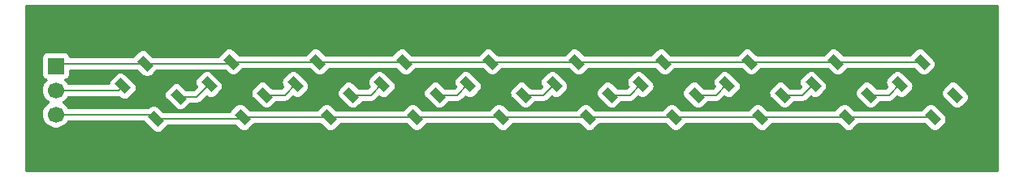
<source format=gbr>
%TF.GenerationSoftware,KiCad,Pcbnew,9.0.6*%
%TF.CreationDate,2025-12-31T15:00:17+05:30*%
%TF.ProjectId,venkat-pcb,76656e6b-6174-42d7-9063-622e6b696361,rev?*%
%TF.SameCoordinates,Original*%
%TF.FileFunction,Copper,L1,Top*%
%TF.FilePolarity,Positive*%
%FSLAX46Y46*%
G04 Gerber Fmt 4.6, Leading zero omitted, Abs format (unit mm)*
G04 Created by KiCad (PCBNEW 9.0.6) date 2025-12-31 15:00:17*
%MOMM*%
%LPD*%
G01*
G04 APERTURE LIST*
G04 Aperture macros list*
%AMRoundRect*
0 Rectangle with rounded corners*
0 $1 Rounding radius*
0 $2 $3 $4 $5 $6 $7 $8 $9 X,Y pos of 4 corners*
0 Add a 4 corners polygon primitive as box body*
4,1,4,$2,$3,$4,$5,$6,$7,$8,$9,$2,$3,0*
0 Add four circle primitives for the rounded corners*
1,1,$1+$1,$2,$3*
1,1,$1+$1,$4,$5*
1,1,$1+$1,$6,$7*
1,1,$1+$1,$8,$9*
0 Add four rect primitives between the rounded corners*
20,1,$1+$1,$2,$3,$4,$5,0*
20,1,$1+$1,$4,$5,$6,$7,0*
20,1,$1+$1,$6,$7,$8,$9,0*
20,1,$1+$1,$8,$9,$2,$3,0*%
G04 Aperture macros list end*
%TA.AperFunction,SMDPad,CuDef*%
%ADD10RoundRect,0.090000X0.721249X-0.212132X-0.212132X0.721249X-0.721249X0.212132X0.212132X-0.721249X0*%
%TD*%
%TA.AperFunction,ComponentPad*%
%ADD11R,1.700000X1.700000*%
%TD*%
%TA.AperFunction,ComponentPad*%
%ADD12C,1.700000*%
%TD*%
%TA.AperFunction,Conductor*%
%ADD13C,0.200000*%
%TD*%
G04 APERTURE END LIST*
D10*
%TO.P,D10,1,VDD*%
%TO.N,+5V*%
X184131372Y-100298278D03*
%TO.P,D10,2,DOUT*%
%TO.N,unconnected-(D10-DOUT-Pad2)*%
X186464824Y-97964824D03*
%TO.P,D10,3,VSS*%
%TO.N,GND*%
X183000000Y-94500000D03*
%TO.P,D10,4,DIN*%
%TO.N,Net-(D10-DIN)*%
X180666548Y-96833454D03*
%TD*%
%TO.P,D8,1,VDD*%
%TO.N,+5V*%
X166131372Y-100298278D03*
%TO.P,D8,2,DOUT*%
%TO.N,Net-(D8-DOUT)*%
X168464824Y-97964824D03*
%TO.P,D8,3,VSS*%
%TO.N,GND*%
X165000000Y-94500000D03*
%TO.P,D8,4,DIN*%
%TO.N,Net-(D7-DOUT)*%
X162666548Y-96833454D03*
%TD*%
%TO.P,D1,1,VDD*%
%TO.N,+5V*%
X103131372Y-100469139D03*
%TO.P,D1,2,DOUT*%
%TO.N,Net-(D1-DOUT)*%
X105464824Y-98135685D03*
%TO.P,D1,3,VSS*%
%TO.N,GND*%
X102000000Y-94670861D03*
%TO.P,D1,4,DIN*%
%TO.N,Net-(D1-DIN)*%
X99666548Y-97004315D03*
%TD*%
%TO.P,D6,1,VDD*%
%TO.N,+5V*%
X148131372Y-100298278D03*
%TO.P,D6,2,DOUT*%
%TO.N,Net-(D6-DOUT)*%
X150464824Y-97964824D03*
%TO.P,D6,3,VSS*%
%TO.N,GND*%
X147000000Y-94500000D03*
%TO.P,D6,4,DIN*%
%TO.N,Net-(D5-DOUT)*%
X144666548Y-96833454D03*
%TD*%
%TO.P,D4,1,VDD*%
%TO.N,+5V*%
X130131372Y-100298278D03*
%TO.P,D4,2,DOUT*%
%TO.N,Net-(D4-DOUT)*%
X132464824Y-97964824D03*
%TO.P,D4,3,VSS*%
%TO.N,GND*%
X129000000Y-94500000D03*
%TO.P,D4,4,DIN*%
%TO.N,Net-(D3-DOUT)*%
X126666548Y-96833454D03*
%TD*%
%TO.P,D7,1,VDD*%
%TO.N,+5V*%
X157131372Y-100298278D03*
%TO.P,D7,2,DOUT*%
%TO.N,Net-(D7-DOUT)*%
X159464824Y-97964824D03*
%TO.P,D7,3,VSS*%
%TO.N,GND*%
X156000000Y-94500000D03*
%TO.P,D7,4,DIN*%
%TO.N,Net-(D6-DOUT)*%
X153666548Y-96833454D03*
%TD*%
D11*
%TO.P,J1,1,Pin_1*%
%TO.N,GND*%
X92700000Y-94910000D03*
D12*
%TO.P,J1,2,Pin_2*%
%TO.N,Net-(D1-DIN)*%
X92700000Y-97450000D03*
%TO.P,J1,3,Pin_3*%
%TO.N,+5V*%
X92700000Y-99990000D03*
%TD*%
D10*
%TO.P,D2,1,VDD*%
%TO.N,+5V*%
X112131372Y-100298278D03*
%TO.P,D2,2,DOUT*%
%TO.N,Net-(D2-DOUT)*%
X114464824Y-97964824D03*
%TO.P,D2,3,VSS*%
%TO.N,GND*%
X111000000Y-94500000D03*
%TO.P,D2,4,DIN*%
%TO.N,Net-(D1-DOUT)*%
X108666548Y-96833454D03*
%TD*%
%TO.P,D9,1,VDD*%
%TO.N,+5V*%
X175131372Y-100298278D03*
%TO.P,D9,2,DOUT*%
%TO.N,Net-(D10-DIN)*%
X177464824Y-97964824D03*
%TO.P,D9,3,VSS*%
%TO.N,GND*%
X174000000Y-94500000D03*
%TO.P,D9,4,DIN*%
%TO.N,Net-(D8-DOUT)*%
X171666548Y-96833454D03*
%TD*%
%TO.P,D5,1,VDD*%
%TO.N,+5V*%
X139131372Y-100298278D03*
%TO.P,D5,2,DOUT*%
%TO.N,Net-(D5-DOUT)*%
X141464824Y-97964824D03*
%TO.P,D5,3,VSS*%
%TO.N,GND*%
X138000000Y-94500000D03*
%TO.P,D5,4,DIN*%
%TO.N,Net-(D4-DOUT)*%
X135666548Y-96833454D03*
%TD*%
%TO.P,D3,1,VDD*%
%TO.N,+5V*%
X121131372Y-100298278D03*
%TO.P,D3,2,DOUT*%
%TO.N,Net-(D3-DOUT)*%
X123464824Y-97964824D03*
%TO.P,D3,3,VSS*%
%TO.N,GND*%
X120000000Y-94500000D03*
%TO.P,D3,4,DIN*%
%TO.N,Net-(D2-DOUT)*%
X117666548Y-96833454D03*
%TD*%
D13*
%TO.N,GND*%
X174000000Y-94500000D02*
X183000000Y-94500000D01*
X165000000Y-94500000D02*
X174000000Y-94500000D01*
X156000000Y-94500000D02*
X165000000Y-94500000D01*
X147000000Y-94500000D02*
X156000000Y-94500000D01*
X138000000Y-94500000D02*
X147000000Y-94500000D01*
X129000000Y-94500000D02*
X138000000Y-94500000D01*
X120000000Y-94500000D02*
X129000000Y-94500000D01*
X111000000Y-94500000D02*
X120000000Y-94500000D01*
X102000000Y-94670861D02*
X110829139Y-94670861D01*
X110829139Y-94670861D02*
X111000000Y-94500000D01*
X93329139Y-94670861D02*
X102000000Y-94670861D01*
X93000000Y-95000000D02*
X93329139Y-94670861D01*
X92910000Y-94910000D02*
X93000000Y-95000000D01*
X92700000Y-94910000D02*
X92910000Y-94910000D01*
%TO.N,+5V*%
X166131372Y-100298278D02*
X175131372Y-100298278D01*
X103131372Y-100469139D02*
X111960511Y-100469139D01*
X139131372Y-100298278D02*
X148131372Y-100298278D01*
X112131372Y-100298278D02*
X121131372Y-100298278D01*
X92700000Y-99990000D02*
X102652233Y-99990000D01*
X102652233Y-99990000D02*
X103131372Y-100469139D01*
X111960511Y-100469139D02*
X112131372Y-100298278D01*
X175131372Y-100298278D02*
X184131372Y-100298278D01*
X130131372Y-100298278D02*
X139131372Y-100298278D01*
X148131372Y-100298278D02*
X157131372Y-100298278D01*
X157131372Y-100298278D02*
X166131372Y-100298278D01*
X121131372Y-100298278D02*
X130131372Y-100298278D01*
%TO.N,Net-(D6-DOUT)*%
X150464824Y-97964824D02*
X152535178Y-97964824D01*
%TO.N,Net-(D10-DIN)*%
X177464824Y-97964824D02*
X179535178Y-97964824D01*
X179535178Y-97964824D02*
X180666548Y-96833454D01*
%TO.N,Net-(D8-DOUT)*%
X170535178Y-97964824D02*
X171666548Y-96833454D01*
%TO.N,Net-(D3-DOUT)*%
X123464824Y-97964824D02*
X125535178Y-97964824D01*
%TO.N,Net-(D4-DOUT)*%
X134535178Y-97964824D02*
X135666548Y-96833454D01*
%TO.N,Net-(D5-DOUT)*%
X141464824Y-97964824D02*
X143535178Y-97964824D01*
%TO.N,Net-(D2-DOUT)*%
X114464824Y-97964824D02*
X116535178Y-97964824D01*
%TO.N,Net-(D4-DOUT)*%
X132464824Y-97964824D02*
X134535178Y-97964824D01*
%TO.N,Net-(D7-DOUT)*%
X159464824Y-97964824D02*
X161535178Y-97964824D01*
%TO.N,Net-(D5-DOUT)*%
X143535178Y-97964824D02*
X144666548Y-96833454D01*
%TO.N,Net-(D2-DOUT)*%
X116535178Y-97964824D02*
X117666548Y-96833454D01*
%TO.N,Net-(D3-DOUT)*%
X125535178Y-97964824D02*
X126666548Y-96833454D01*
%TO.N,Net-(D7-DOUT)*%
X161535178Y-97964824D02*
X162666548Y-96833454D01*
%TO.N,Net-(D1-DIN)*%
X99220863Y-97450000D02*
X99666548Y-97004315D01*
%TO.N,Net-(D6-DOUT)*%
X152535178Y-97964824D02*
X153666548Y-96833454D01*
%TO.N,Net-(D1-DIN)*%
X92700000Y-97450000D02*
X99220863Y-97450000D01*
%TO.N,Net-(D8-DOUT)*%
X168464824Y-97964824D02*
X170535178Y-97964824D01*
%TO.N,Net-(D1-DOUT)*%
X107364317Y-98135685D02*
X108666548Y-96833454D01*
X105464824Y-98135685D02*
X107364317Y-98135685D01*
%TD*%
%TA.AperFunction,NonConductor*%
G36*
X190942539Y-88520185D02*
G01*
X190988294Y-88572989D01*
X190999500Y-88624500D01*
X190999500Y-105875500D01*
X190979815Y-105942539D01*
X190927011Y-105988294D01*
X190875500Y-105999500D01*
X89624500Y-105999500D01*
X89557461Y-105979815D01*
X89511706Y-105927011D01*
X89500500Y-105875500D01*
X89500500Y-94012135D01*
X91349500Y-94012135D01*
X91349500Y-95807870D01*
X91349501Y-95807876D01*
X91355908Y-95867483D01*
X91406202Y-96002328D01*
X91406206Y-96002335D01*
X91492452Y-96117544D01*
X91492455Y-96117547D01*
X91607664Y-96203793D01*
X91607671Y-96203797D01*
X91739082Y-96252810D01*
X91795016Y-96294681D01*
X91819433Y-96360145D01*
X91804582Y-96428418D01*
X91783431Y-96456673D01*
X91669889Y-96570215D01*
X91544951Y-96742179D01*
X91448444Y-96931585D01*
X91448443Y-96931587D01*
X91448443Y-96931588D01*
X91436114Y-96969533D01*
X91382753Y-97133760D01*
X91349500Y-97343713D01*
X91349500Y-97556286D01*
X91380607Y-97752692D01*
X91382754Y-97766243D01*
X91436019Y-97930176D01*
X91448444Y-97968414D01*
X91544951Y-98157820D01*
X91669890Y-98329786D01*
X91820213Y-98480109D01*
X91992182Y-98605050D01*
X92000946Y-98609516D01*
X92051742Y-98657491D01*
X92068536Y-98725312D01*
X92045998Y-98791447D01*
X92000946Y-98830484D01*
X91992182Y-98834949D01*
X91820213Y-98959890D01*
X91669890Y-99110213D01*
X91544951Y-99282179D01*
X91448444Y-99471585D01*
X91382753Y-99673760D01*
X91349500Y-99883713D01*
X91349500Y-100096286D01*
X91367924Y-100212614D01*
X91382754Y-100306243D01*
X91399005Y-100356259D01*
X91448444Y-100508414D01*
X91544951Y-100697820D01*
X91669890Y-100869786D01*
X91820213Y-101020109D01*
X91992179Y-101145048D01*
X91992181Y-101145049D01*
X91992184Y-101145051D01*
X92181588Y-101241557D01*
X92383757Y-101307246D01*
X92593713Y-101340500D01*
X92593714Y-101340500D01*
X92806286Y-101340500D01*
X92806287Y-101340500D01*
X93016243Y-101307246D01*
X93218412Y-101241557D01*
X93407816Y-101145051D01*
X93507712Y-101072473D01*
X93579786Y-101020109D01*
X93579788Y-101020106D01*
X93579792Y-101020104D01*
X93730104Y-100869792D01*
X93730106Y-100869788D01*
X93730109Y-100869786D01*
X93788661Y-100789193D01*
X93855051Y-100697816D01*
X93855349Y-100697230D01*
X93875235Y-100658205D01*
X93923209Y-100607409D01*
X93985719Y-100590500D01*
X101860562Y-100590500D01*
X101927601Y-100610185D01*
X101958937Y-100639012D01*
X101965212Y-100647190D01*
X101965215Y-100647193D01*
X102953313Y-101635290D01*
X102953319Y-101635295D01*
X102953323Y-101635299D01*
X102953326Y-101635301D01*
X103045704Y-101706187D01*
X103045706Y-101706188D01*
X103189353Y-101765689D01*
X103266428Y-101775836D01*
X103343503Y-101785983D01*
X103343504Y-101785983D01*
X103343505Y-101785983D01*
X103394887Y-101779218D01*
X103497655Y-101765689D01*
X103641302Y-101706188D01*
X103733685Y-101635300D01*
X103904555Y-101464430D01*
X104263027Y-101105958D01*
X104324350Y-101072473D01*
X104350708Y-101069639D01*
X111507162Y-101069639D01*
X111574201Y-101089324D01*
X111594843Y-101105958D01*
X111953323Y-101464438D01*
X111953326Y-101464440D01*
X111953327Y-101464441D01*
X112045704Y-101535326D01*
X112045706Y-101535327D01*
X112189353Y-101594828D01*
X112266428Y-101604975D01*
X112343503Y-101615122D01*
X112343504Y-101615122D01*
X112343505Y-101615122D01*
X112394887Y-101608357D01*
X112497655Y-101594828D01*
X112641302Y-101535327D01*
X112733685Y-101464439D01*
X112956569Y-101241555D01*
X113263027Y-100935097D01*
X113324350Y-100901612D01*
X113350708Y-100898778D01*
X120336300Y-100898778D01*
X120403339Y-100918463D01*
X120423981Y-100935097D01*
X120953314Y-101464430D01*
X120953319Y-101464434D01*
X120953323Y-101464438D01*
X120953326Y-101464440D01*
X121045704Y-101535326D01*
X121045706Y-101535327D01*
X121189353Y-101594828D01*
X121266428Y-101604975D01*
X121343503Y-101615122D01*
X121343504Y-101615122D01*
X121343505Y-101615122D01*
X121394887Y-101608357D01*
X121497655Y-101594828D01*
X121641302Y-101535327D01*
X121733685Y-101464439D01*
X121956569Y-101241555D01*
X122263027Y-100935097D01*
X122324350Y-100901612D01*
X122350708Y-100898778D01*
X129336300Y-100898778D01*
X129403339Y-100918463D01*
X129423981Y-100935097D01*
X129953314Y-101464430D01*
X129953319Y-101464434D01*
X129953323Y-101464438D01*
X129953326Y-101464440D01*
X130045704Y-101535326D01*
X130045706Y-101535327D01*
X130189353Y-101594828D01*
X130266428Y-101604975D01*
X130343503Y-101615122D01*
X130343504Y-101615122D01*
X130343505Y-101615122D01*
X130394887Y-101608357D01*
X130497655Y-101594828D01*
X130641302Y-101535327D01*
X130733685Y-101464439D01*
X130956569Y-101241555D01*
X131263027Y-100935097D01*
X131324350Y-100901612D01*
X131350708Y-100898778D01*
X138336300Y-100898778D01*
X138403339Y-100918463D01*
X138423981Y-100935097D01*
X138953314Y-101464430D01*
X138953319Y-101464434D01*
X138953323Y-101464438D01*
X138953326Y-101464440D01*
X139045704Y-101535326D01*
X139045706Y-101535327D01*
X139189353Y-101594828D01*
X139266428Y-101604975D01*
X139343503Y-101615122D01*
X139343504Y-101615122D01*
X139343505Y-101615122D01*
X139394887Y-101608357D01*
X139497655Y-101594828D01*
X139641302Y-101535327D01*
X139733685Y-101464439D01*
X139956569Y-101241555D01*
X140263027Y-100935097D01*
X140324350Y-100901612D01*
X140350708Y-100898778D01*
X147336300Y-100898778D01*
X147403339Y-100918463D01*
X147423981Y-100935097D01*
X147953314Y-101464430D01*
X147953319Y-101464434D01*
X147953323Y-101464438D01*
X147953326Y-101464440D01*
X148045704Y-101535326D01*
X148045706Y-101535327D01*
X148189353Y-101594828D01*
X148266428Y-101604975D01*
X148343503Y-101615122D01*
X148343504Y-101615122D01*
X148343505Y-101615122D01*
X148394887Y-101608357D01*
X148497655Y-101594828D01*
X148641302Y-101535327D01*
X148733685Y-101464439D01*
X148956569Y-101241555D01*
X149263027Y-100935097D01*
X149324350Y-100901612D01*
X149350708Y-100898778D01*
X156336300Y-100898778D01*
X156403339Y-100918463D01*
X156423981Y-100935097D01*
X156953314Y-101464430D01*
X156953319Y-101464434D01*
X156953323Y-101464438D01*
X156953326Y-101464440D01*
X157045704Y-101535326D01*
X157045706Y-101535327D01*
X157189353Y-101594828D01*
X157266428Y-101604975D01*
X157343503Y-101615122D01*
X157343504Y-101615122D01*
X157343505Y-101615122D01*
X157394887Y-101608357D01*
X157497655Y-101594828D01*
X157641302Y-101535327D01*
X157733685Y-101464439D01*
X157956569Y-101241555D01*
X158263027Y-100935097D01*
X158324350Y-100901612D01*
X158350708Y-100898778D01*
X165336300Y-100898778D01*
X165403339Y-100918463D01*
X165423981Y-100935097D01*
X165953314Y-101464430D01*
X165953319Y-101464434D01*
X165953323Y-101464438D01*
X165953326Y-101464440D01*
X166045704Y-101535326D01*
X166045706Y-101535327D01*
X166189353Y-101594828D01*
X166266428Y-101604975D01*
X166343503Y-101615122D01*
X166343504Y-101615122D01*
X166343505Y-101615122D01*
X166394887Y-101608357D01*
X166497655Y-101594828D01*
X166641302Y-101535327D01*
X166733685Y-101464439D01*
X166956569Y-101241555D01*
X167263027Y-100935097D01*
X167324350Y-100901612D01*
X167350708Y-100898778D01*
X174336300Y-100898778D01*
X174403339Y-100918463D01*
X174423981Y-100935097D01*
X174953314Y-101464430D01*
X174953319Y-101464434D01*
X174953323Y-101464438D01*
X174953326Y-101464440D01*
X175045704Y-101535326D01*
X175045706Y-101535327D01*
X175189353Y-101594828D01*
X175266428Y-101604975D01*
X175343503Y-101615122D01*
X175343504Y-101615122D01*
X175343505Y-101615122D01*
X175394887Y-101608357D01*
X175497655Y-101594828D01*
X175641302Y-101535327D01*
X175733685Y-101464439D01*
X175956569Y-101241555D01*
X176263027Y-100935097D01*
X176324350Y-100901612D01*
X176350708Y-100898778D01*
X183336300Y-100898778D01*
X183403339Y-100918463D01*
X183423981Y-100935097D01*
X183953314Y-101464430D01*
X183953319Y-101464434D01*
X183953323Y-101464438D01*
X183953326Y-101464440D01*
X184045704Y-101535326D01*
X184045706Y-101535327D01*
X184189353Y-101594828D01*
X184266428Y-101604975D01*
X184343503Y-101615122D01*
X184343504Y-101615122D01*
X184343505Y-101615122D01*
X184394887Y-101608357D01*
X184497655Y-101594828D01*
X184641302Y-101535327D01*
X184733685Y-101464439D01*
X185297532Y-100900591D01*
X185368421Y-100808208D01*
X185427922Y-100664561D01*
X185448216Y-100510410D01*
X185427922Y-100356259D01*
X185368421Y-100212612D01*
X185297533Y-100120229D01*
X185297528Y-100120223D01*
X184309430Y-99132126D01*
X184309421Y-99132118D01*
X184217039Y-99061229D01*
X184217035Y-99061227D01*
X184073391Y-99001728D01*
X184073389Y-99001727D01*
X183919241Y-98981434D01*
X183919239Y-98981434D01*
X183765090Y-99001727D01*
X183765088Y-99001728D01*
X183621444Y-99061227D01*
X183621441Y-99061229D01*
X183529060Y-99132115D01*
X183529053Y-99132121D01*
X182999717Y-99661459D01*
X182938394Y-99694944D01*
X182912036Y-99697778D01*
X175926444Y-99697778D01*
X175859405Y-99678093D01*
X175838763Y-99661459D01*
X175309430Y-99132126D01*
X175309421Y-99132118D01*
X175217039Y-99061229D01*
X175217035Y-99061227D01*
X175073391Y-99001728D01*
X175073389Y-99001727D01*
X174919241Y-98981434D01*
X174919239Y-98981434D01*
X174765090Y-99001727D01*
X174765088Y-99001728D01*
X174621444Y-99061227D01*
X174621441Y-99061229D01*
X174529060Y-99132115D01*
X174529053Y-99132121D01*
X173999717Y-99661459D01*
X173938394Y-99694944D01*
X173912036Y-99697778D01*
X166926444Y-99697778D01*
X166859405Y-99678093D01*
X166838763Y-99661459D01*
X166309430Y-99132126D01*
X166309421Y-99132118D01*
X166217039Y-99061229D01*
X166217035Y-99061227D01*
X166073391Y-99001728D01*
X166073389Y-99001727D01*
X165919241Y-98981434D01*
X165919239Y-98981434D01*
X165765090Y-99001727D01*
X165765088Y-99001728D01*
X165621444Y-99061227D01*
X165621441Y-99061229D01*
X165529060Y-99132115D01*
X165529053Y-99132121D01*
X164999717Y-99661459D01*
X164938394Y-99694944D01*
X164912036Y-99697778D01*
X157926444Y-99697778D01*
X157859405Y-99678093D01*
X157838763Y-99661459D01*
X157309430Y-99132126D01*
X157309421Y-99132118D01*
X157217039Y-99061229D01*
X157217035Y-99061227D01*
X157073391Y-99001728D01*
X157073389Y-99001727D01*
X156919241Y-98981434D01*
X156919239Y-98981434D01*
X156765090Y-99001727D01*
X156765088Y-99001728D01*
X156621444Y-99061227D01*
X156621441Y-99061229D01*
X156529060Y-99132115D01*
X156529053Y-99132121D01*
X155999717Y-99661459D01*
X155938394Y-99694944D01*
X155912036Y-99697778D01*
X148926444Y-99697778D01*
X148859405Y-99678093D01*
X148838763Y-99661459D01*
X148309430Y-99132126D01*
X148309421Y-99132118D01*
X148217039Y-99061229D01*
X148217035Y-99061227D01*
X148073391Y-99001728D01*
X148073389Y-99001727D01*
X147919241Y-98981434D01*
X147919239Y-98981434D01*
X147765090Y-99001727D01*
X147765088Y-99001728D01*
X147621444Y-99061227D01*
X147621441Y-99061229D01*
X147529060Y-99132115D01*
X147529053Y-99132121D01*
X146999717Y-99661459D01*
X146938394Y-99694944D01*
X146912036Y-99697778D01*
X139926444Y-99697778D01*
X139859405Y-99678093D01*
X139838763Y-99661459D01*
X139309430Y-99132126D01*
X139309421Y-99132118D01*
X139217039Y-99061229D01*
X139217035Y-99061227D01*
X139073391Y-99001728D01*
X139073389Y-99001727D01*
X138919241Y-98981434D01*
X138919239Y-98981434D01*
X138765090Y-99001727D01*
X138765088Y-99001728D01*
X138621444Y-99061227D01*
X138621441Y-99061229D01*
X138529060Y-99132115D01*
X138529053Y-99132121D01*
X137999717Y-99661459D01*
X137938394Y-99694944D01*
X137912036Y-99697778D01*
X130926444Y-99697778D01*
X130859405Y-99678093D01*
X130838763Y-99661459D01*
X130309430Y-99132126D01*
X130309421Y-99132118D01*
X130217039Y-99061229D01*
X130217035Y-99061227D01*
X130073391Y-99001728D01*
X130073389Y-99001727D01*
X129919241Y-98981434D01*
X129919239Y-98981434D01*
X129765090Y-99001727D01*
X129765088Y-99001728D01*
X129621444Y-99061227D01*
X129621441Y-99061229D01*
X129529060Y-99132115D01*
X129529053Y-99132121D01*
X128999717Y-99661459D01*
X128938394Y-99694944D01*
X128912036Y-99697778D01*
X121926444Y-99697778D01*
X121859405Y-99678093D01*
X121838763Y-99661459D01*
X121309430Y-99132126D01*
X121309421Y-99132118D01*
X121217039Y-99061229D01*
X121217035Y-99061227D01*
X121073391Y-99001728D01*
X121073389Y-99001727D01*
X120919241Y-98981434D01*
X120919239Y-98981434D01*
X120765090Y-99001727D01*
X120765088Y-99001728D01*
X120621444Y-99061227D01*
X120621441Y-99061229D01*
X120529060Y-99132115D01*
X120529053Y-99132121D01*
X119999717Y-99661459D01*
X119938394Y-99694944D01*
X119912036Y-99697778D01*
X112926444Y-99697778D01*
X112859405Y-99678093D01*
X112838763Y-99661459D01*
X112309430Y-99132126D01*
X112309421Y-99132118D01*
X112217039Y-99061229D01*
X112217035Y-99061227D01*
X112073391Y-99001728D01*
X112073389Y-99001727D01*
X111919241Y-98981434D01*
X111919239Y-98981434D01*
X111765090Y-99001727D01*
X111765088Y-99001728D01*
X111621444Y-99061227D01*
X111621441Y-99061229D01*
X111529060Y-99132115D01*
X111529053Y-99132121D01*
X110965220Y-99695955D01*
X110965212Y-99695964D01*
X110894323Y-99788346D01*
X110894322Y-99788348D01*
X110892773Y-99792090D01*
X110890619Y-99794762D01*
X110890257Y-99795390D01*
X110890159Y-99795333D01*
X110848932Y-99846494D01*
X110782638Y-99868560D01*
X110778211Y-99868639D01*
X103926444Y-99868639D01*
X103859405Y-99848954D01*
X103838763Y-99832320D01*
X103309430Y-99302987D01*
X103309421Y-99302979D01*
X103217039Y-99232090D01*
X103217035Y-99232088D01*
X103073391Y-99172589D01*
X103073389Y-99172588D01*
X102919241Y-99152295D01*
X102919239Y-99152295D01*
X102765090Y-99172588D01*
X102765088Y-99172589D01*
X102621444Y-99232088D01*
X102621441Y-99232090D01*
X102529060Y-99302976D01*
X102529054Y-99302981D01*
X102478857Y-99353180D01*
X102417534Y-99386666D01*
X102391175Y-99389500D01*
X93985719Y-99389500D01*
X93918680Y-99369815D01*
X93875235Y-99321795D01*
X93855052Y-99282185D01*
X93855051Y-99282184D01*
X93730109Y-99110213D01*
X93579786Y-98959890D01*
X93407820Y-98834951D01*
X93407115Y-98834591D01*
X93399054Y-98830485D01*
X93348259Y-98782512D01*
X93331463Y-98714692D01*
X93353999Y-98648556D01*
X93399054Y-98609515D01*
X93407816Y-98605051D01*
X93462496Y-98565324D01*
X93579786Y-98480109D01*
X93579788Y-98480106D01*
X93579792Y-98480104D01*
X93730104Y-98329792D01*
X93730106Y-98329788D01*
X93730109Y-98329786D01*
X93788661Y-98249193D01*
X93855051Y-98157816D01*
X93858882Y-98150298D01*
X93875235Y-98118205D01*
X93923209Y-98067409D01*
X93985719Y-98050500D01*
X99141802Y-98050500D01*
X99141806Y-98050501D01*
X99299920Y-98050501D01*
X99303616Y-98049510D01*
X99315379Y-98049442D01*
X99341787Y-98057029D01*
X99368943Y-98061262D01*
X99377527Y-98067298D01*
X99382532Y-98068736D01*
X99387289Y-98074161D01*
X99403783Y-98085759D01*
X99488499Y-98170475D01*
X99488502Y-98170477D01*
X99488503Y-98170478D01*
X99580880Y-98241363D01*
X99580882Y-98241364D01*
X99724529Y-98300865D01*
X99801604Y-98311012D01*
X99878679Y-98321159D01*
X99878680Y-98321159D01*
X99878681Y-98321159D01*
X99930063Y-98314394D01*
X100032831Y-98300865D01*
X100176478Y-98241364D01*
X100268861Y-98170476D01*
X100515786Y-97923551D01*
X104147980Y-97923551D01*
X104147980Y-97923554D01*
X104168273Y-98077702D01*
X104168274Y-98077704D01*
X104227773Y-98221348D01*
X104227775Y-98221351D01*
X104298661Y-98313732D01*
X104298667Y-98313739D01*
X105286765Y-99301836D01*
X105286771Y-99301841D01*
X105286775Y-99301845D01*
X105312774Y-99321795D01*
X105379156Y-99372733D01*
X105379158Y-99372734D01*
X105522805Y-99432235D01*
X105599880Y-99442382D01*
X105676955Y-99452529D01*
X105676956Y-99452529D01*
X105676957Y-99452529D01*
X105728339Y-99445764D01*
X105831107Y-99432235D01*
X105974754Y-99372734D01*
X106067137Y-99301846D01*
X106307756Y-99061227D01*
X106596479Y-98772504D01*
X106657802Y-98739019D01*
X106684160Y-98736185D01*
X107277648Y-98736185D01*
X107277664Y-98736186D01*
X107285260Y-98736186D01*
X107443371Y-98736186D01*
X107443374Y-98736186D01*
X107596102Y-98695262D01*
X107646221Y-98666324D01*
X107733033Y-98616205D01*
X107844837Y-98504401D01*
X107844837Y-98504399D01*
X107855045Y-98494192D01*
X107855046Y-98494189D01*
X108333026Y-98016209D01*
X108394348Y-97982726D01*
X108464040Y-97987710D01*
X108496186Y-98005512D01*
X108580882Y-98070503D01*
X108580884Y-98070504D01*
X108613424Y-98083982D01*
X108724529Y-98130004D01*
X108801604Y-98140151D01*
X108878679Y-98150298D01*
X108878680Y-98150298D01*
X108878681Y-98150298D01*
X108930063Y-98143533D01*
X109032831Y-98130004D01*
X109176478Y-98070503D01*
X109268861Y-97999615D01*
X109515786Y-97752690D01*
X113147980Y-97752690D01*
X113147980Y-97752693D01*
X113168273Y-97906841D01*
X113168274Y-97906843D01*
X113227773Y-98050487D01*
X113227775Y-98050490D01*
X113298661Y-98142871D01*
X113298667Y-98142878D01*
X114286765Y-99130975D01*
X114286771Y-99130980D01*
X114286775Y-99130984D01*
X114314548Y-99152295D01*
X114379156Y-99201872D01*
X114379158Y-99201873D01*
X114522805Y-99261374D01*
X114599880Y-99271521D01*
X114676955Y-99281668D01*
X114676956Y-99281668D01*
X114676957Y-99281668D01*
X114728339Y-99274903D01*
X114831107Y-99261374D01*
X114974754Y-99201873D01*
X115067137Y-99130985D01*
X115238232Y-98959890D01*
X115596479Y-98601643D01*
X115657802Y-98568158D01*
X115684160Y-98565324D01*
X116448509Y-98565324D01*
X116448525Y-98565325D01*
X116456121Y-98565325D01*
X116614232Y-98565325D01*
X116614235Y-98565325D01*
X116766963Y-98524401D01*
X116843687Y-98480104D01*
X116903894Y-98445344D01*
X117015698Y-98333540D01*
X117015698Y-98333538D01*
X117025902Y-98323335D01*
X117025905Y-98323330D01*
X117333026Y-98016210D01*
X117394348Y-97982726D01*
X117464040Y-97987710D01*
X117496186Y-98005512D01*
X117580882Y-98070503D01*
X117580884Y-98070504D01*
X117613424Y-98083982D01*
X117724529Y-98130004D01*
X117801604Y-98140151D01*
X117878679Y-98150298D01*
X117878680Y-98150298D01*
X117878681Y-98150298D01*
X117930063Y-98143533D01*
X118032831Y-98130004D01*
X118176478Y-98070503D01*
X118268861Y-97999615D01*
X118515786Y-97752690D01*
X122147980Y-97752690D01*
X122147980Y-97752693D01*
X122168273Y-97906841D01*
X122168274Y-97906843D01*
X122227773Y-98050487D01*
X122227775Y-98050490D01*
X122298661Y-98142871D01*
X122298667Y-98142878D01*
X123286765Y-99130975D01*
X123286771Y-99130980D01*
X123286775Y-99130984D01*
X123314548Y-99152295D01*
X123379156Y-99201872D01*
X123379158Y-99201873D01*
X123522805Y-99261374D01*
X123599880Y-99271521D01*
X123676955Y-99281668D01*
X123676956Y-99281668D01*
X123676957Y-99281668D01*
X123728339Y-99274903D01*
X123831107Y-99261374D01*
X123974754Y-99201873D01*
X124067137Y-99130985D01*
X124238232Y-98959890D01*
X124596479Y-98601643D01*
X124657802Y-98568158D01*
X124684160Y-98565324D01*
X125448509Y-98565324D01*
X125448525Y-98565325D01*
X125456121Y-98565325D01*
X125614232Y-98565325D01*
X125614235Y-98565325D01*
X125766963Y-98524401D01*
X125843687Y-98480104D01*
X125903894Y-98445344D01*
X126015698Y-98333540D01*
X126015698Y-98333538D01*
X126025902Y-98323335D01*
X126025905Y-98323330D01*
X126333026Y-98016210D01*
X126394348Y-97982726D01*
X126464040Y-97987710D01*
X126496186Y-98005512D01*
X126580882Y-98070503D01*
X126580884Y-98070504D01*
X126613424Y-98083982D01*
X126724529Y-98130004D01*
X126801604Y-98140151D01*
X126878679Y-98150298D01*
X126878680Y-98150298D01*
X126878681Y-98150298D01*
X126930063Y-98143533D01*
X127032831Y-98130004D01*
X127176478Y-98070503D01*
X127268861Y-97999615D01*
X127515786Y-97752690D01*
X131147980Y-97752690D01*
X131147980Y-97752693D01*
X131168273Y-97906841D01*
X131168274Y-97906843D01*
X131227773Y-98050487D01*
X131227775Y-98050490D01*
X131298661Y-98142871D01*
X131298667Y-98142878D01*
X132286765Y-99130975D01*
X132286771Y-99130980D01*
X132286775Y-99130984D01*
X132314548Y-99152295D01*
X132379156Y-99201872D01*
X132379158Y-99201873D01*
X132522805Y-99261374D01*
X132599880Y-99271521D01*
X132676955Y-99281668D01*
X132676956Y-99281668D01*
X132676957Y-99281668D01*
X132728339Y-99274903D01*
X132831107Y-99261374D01*
X132974754Y-99201873D01*
X133067137Y-99130985D01*
X133238232Y-98959890D01*
X133596479Y-98601643D01*
X133657802Y-98568158D01*
X133684160Y-98565324D01*
X134448509Y-98565324D01*
X134448525Y-98565325D01*
X134456121Y-98565325D01*
X134614232Y-98565325D01*
X134614235Y-98565325D01*
X134766963Y-98524401D01*
X134843687Y-98480104D01*
X134903894Y-98445344D01*
X135015698Y-98333540D01*
X135015698Y-98333538D01*
X135025902Y-98323335D01*
X135025905Y-98323330D01*
X135333026Y-98016210D01*
X135394348Y-97982726D01*
X135464040Y-97987710D01*
X135496186Y-98005512D01*
X135580882Y-98070503D01*
X135580884Y-98070504D01*
X135613424Y-98083982D01*
X135724529Y-98130004D01*
X135801604Y-98140151D01*
X135878679Y-98150298D01*
X135878680Y-98150298D01*
X135878681Y-98150298D01*
X135930063Y-98143533D01*
X136032831Y-98130004D01*
X136176478Y-98070503D01*
X136268861Y-97999615D01*
X136515786Y-97752690D01*
X140147980Y-97752690D01*
X140147980Y-97752693D01*
X140168273Y-97906841D01*
X140168274Y-97906843D01*
X140227773Y-98050487D01*
X140227775Y-98050490D01*
X140298661Y-98142871D01*
X140298667Y-98142878D01*
X141286765Y-99130975D01*
X141286771Y-99130980D01*
X141286775Y-99130984D01*
X141314548Y-99152295D01*
X141379156Y-99201872D01*
X141379158Y-99201873D01*
X141522805Y-99261374D01*
X141599880Y-99271521D01*
X141676955Y-99281668D01*
X141676956Y-99281668D01*
X141676957Y-99281668D01*
X141728339Y-99274903D01*
X141831107Y-99261374D01*
X141974754Y-99201873D01*
X142067137Y-99130985D01*
X142238232Y-98959890D01*
X142596479Y-98601643D01*
X142657802Y-98568158D01*
X142684160Y-98565324D01*
X143448509Y-98565324D01*
X143448525Y-98565325D01*
X143456121Y-98565325D01*
X143614232Y-98565325D01*
X143614235Y-98565325D01*
X143766963Y-98524401D01*
X143843687Y-98480104D01*
X143903894Y-98445344D01*
X144015698Y-98333540D01*
X144015698Y-98333538D01*
X144025902Y-98323335D01*
X144025905Y-98323330D01*
X144333026Y-98016210D01*
X144394348Y-97982726D01*
X144464040Y-97987710D01*
X144496186Y-98005512D01*
X144580882Y-98070503D01*
X144580884Y-98070504D01*
X144613424Y-98083982D01*
X144724529Y-98130004D01*
X144801604Y-98140151D01*
X144878679Y-98150298D01*
X144878680Y-98150298D01*
X144878681Y-98150298D01*
X144930063Y-98143533D01*
X145032831Y-98130004D01*
X145176478Y-98070503D01*
X145268861Y-97999615D01*
X145515786Y-97752690D01*
X149147980Y-97752690D01*
X149147980Y-97752693D01*
X149168273Y-97906841D01*
X149168274Y-97906843D01*
X149227773Y-98050487D01*
X149227775Y-98050490D01*
X149298661Y-98142871D01*
X149298667Y-98142878D01*
X150286765Y-99130975D01*
X150286771Y-99130980D01*
X150286775Y-99130984D01*
X150314548Y-99152295D01*
X150379156Y-99201872D01*
X150379158Y-99201873D01*
X150522805Y-99261374D01*
X150599880Y-99271521D01*
X150676955Y-99281668D01*
X150676956Y-99281668D01*
X150676957Y-99281668D01*
X150728339Y-99274903D01*
X150831107Y-99261374D01*
X150974754Y-99201873D01*
X151067137Y-99130985D01*
X151238232Y-98959890D01*
X151596479Y-98601643D01*
X151657802Y-98568158D01*
X151684160Y-98565324D01*
X152448509Y-98565324D01*
X152448525Y-98565325D01*
X152456121Y-98565325D01*
X152614232Y-98565325D01*
X152614235Y-98565325D01*
X152766963Y-98524401D01*
X152843687Y-98480104D01*
X152903894Y-98445344D01*
X153015698Y-98333540D01*
X153015698Y-98333538D01*
X153025902Y-98323335D01*
X153025905Y-98323330D01*
X153333026Y-98016210D01*
X153394348Y-97982726D01*
X153464040Y-97987710D01*
X153496186Y-98005512D01*
X153580882Y-98070503D01*
X153580884Y-98070504D01*
X153613424Y-98083982D01*
X153724529Y-98130004D01*
X153801604Y-98140151D01*
X153878679Y-98150298D01*
X153878680Y-98150298D01*
X153878681Y-98150298D01*
X153930063Y-98143533D01*
X154032831Y-98130004D01*
X154176478Y-98070503D01*
X154268861Y-97999615D01*
X154515786Y-97752690D01*
X158147980Y-97752690D01*
X158147980Y-97752693D01*
X158168273Y-97906841D01*
X158168274Y-97906843D01*
X158227773Y-98050487D01*
X158227775Y-98050490D01*
X158298661Y-98142871D01*
X158298667Y-98142878D01*
X159286765Y-99130975D01*
X159286771Y-99130980D01*
X159286775Y-99130984D01*
X159314548Y-99152295D01*
X159379156Y-99201872D01*
X159379158Y-99201873D01*
X159522805Y-99261374D01*
X159599880Y-99271521D01*
X159676955Y-99281668D01*
X159676956Y-99281668D01*
X159676957Y-99281668D01*
X159728339Y-99274903D01*
X159831107Y-99261374D01*
X159974754Y-99201873D01*
X160067137Y-99130985D01*
X160238232Y-98959890D01*
X160596479Y-98601643D01*
X160657802Y-98568158D01*
X160684160Y-98565324D01*
X161448509Y-98565324D01*
X161448525Y-98565325D01*
X161456121Y-98565325D01*
X161614232Y-98565325D01*
X161614235Y-98565325D01*
X161766963Y-98524401D01*
X161843687Y-98480104D01*
X161903894Y-98445344D01*
X162015698Y-98333540D01*
X162015698Y-98333538D01*
X162025902Y-98323335D01*
X162025905Y-98323330D01*
X162333026Y-98016210D01*
X162394348Y-97982726D01*
X162464040Y-97987710D01*
X162496186Y-98005512D01*
X162580882Y-98070503D01*
X162580884Y-98070504D01*
X162613424Y-98083982D01*
X162724529Y-98130004D01*
X162801604Y-98140151D01*
X162878679Y-98150298D01*
X162878680Y-98150298D01*
X162878681Y-98150298D01*
X162930063Y-98143533D01*
X163032831Y-98130004D01*
X163176478Y-98070503D01*
X163268861Y-97999615D01*
X163515786Y-97752690D01*
X167147980Y-97752690D01*
X167147980Y-97752693D01*
X167168273Y-97906841D01*
X167168274Y-97906843D01*
X167227773Y-98050487D01*
X167227775Y-98050490D01*
X167298661Y-98142871D01*
X167298667Y-98142878D01*
X168286765Y-99130975D01*
X168286771Y-99130980D01*
X168286775Y-99130984D01*
X168314548Y-99152295D01*
X168379156Y-99201872D01*
X168379158Y-99201873D01*
X168522805Y-99261374D01*
X168599880Y-99271521D01*
X168676955Y-99281668D01*
X168676956Y-99281668D01*
X168676957Y-99281668D01*
X168728339Y-99274903D01*
X168831107Y-99261374D01*
X168974754Y-99201873D01*
X169067137Y-99130985D01*
X169238232Y-98959890D01*
X169596479Y-98601643D01*
X169657802Y-98568158D01*
X169684160Y-98565324D01*
X170448509Y-98565324D01*
X170448525Y-98565325D01*
X170456121Y-98565325D01*
X170614232Y-98565325D01*
X170614235Y-98565325D01*
X170766963Y-98524401D01*
X170843687Y-98480104D01*
X170903894Y-98445344D01*
X171015698Y-98333540D01*
X171015698Y-98333538D01*
X171025902Y-98323335D01*
X171025905Y-98323330D01*
X171333026Y-98016210D01*
X171394348Y-97982726D01*
X171464040Y-97987710D01*
X171496186Y-98005512D01*
X171580882Y-98070503D01*
X171580884Y-98070504D01*
X171613424Y-98083982D01*
X171724529Y-98130004D01*
X171801604Y-98140151D01*
X171878679Y-98150298D01*
X171878680Y-98150298D01*
X171878681Y-98150298D01*
X171930063Y-98143533D01*
X172032831Y-98130004D01*
X172176478Y-98070503D01*
X172268861Y-97999615D01*
X172515786Y-97752690D01*
X176147980Y-97752690D01*
X176147980Y-97752693D01*
X176168273Y-97906841D01*
X176168274Y-97906843D01*
X176227773Y-98050487D01*
X176227775Y-98050490D01*
X176298661Y-98142871D01*
X176298667Y-98142878D01*
X177286765Y-99130975D01*
X177286771Y-99130980D01*
X177286775Y-99130984D01*
X177314548Y-99152295D01*
X177379156Y-99201872D01*
X177379158Y-99201873D01*
X177522805Y-99261374D01*
X177599880Y-99271521D01*
X177676955Y-99281668D01*
X177676956Y-99281668D01*
X177676957Y-99281668D01*
X177728339Y-99274903D01*
X177831107Y-99261374D01*
X177974754Y-99201873D01*
X178067137Y-99130985D01*
X178238232Y-98959890D01*
X178596479Y-98601643D01*
X178657802Y-98568158D01*
X178684160Y-98565324D01*
X179448509Y-98565324D01*
X179448525Y-98565325D01*
X179456121Y-98565325D01*
X179614232Y-98565325D01*
X179614235Y-98565325D01*
X179766963Y-98524401D01*
X179843687Y-98480104D01*
X179903894Y-98445344D01*
X180015698Y-98333540D01*
X180015698Y-98333538D01*
X180025902Y-98323335D01*
X180025905Y-98323330D01*
X180333026Y-98016210D01*
X180394348Y-97982726D01*
X180464040Y-97987710D01*
X180496186Y-98005512D01*
X180580882Y-98070503D01*
X180580884Y-98070504D01*
X180613424Y-98083982D01*
X180724529Y-98130004D01*
X180801604Y-98140151D01*
X180878679Y-98150298D01*
X180878680Y-98150298D01*
X180878681Y-98150298D01*
X180930063Y-98143533D01*
X181032831Y-98130004D01*
X181176478Y-98070503D01*
X181268861Y-97999615D01*
X181515786Y-97752690D01*
X185147980Y-97752690D01*
X185147980Y-97752693D01*
X185168273Y-97906841D01*
X185168274Y-97906843D01*
X185227773Y-98050487D01*
X185227775Y-98050490D01*
X185298661Y-98142871D01*
X185298667Y-98142878D01*
X186286765Y-99130975D01*
X186286771Y-99130980D01*
X186286775Y-99130984D01*
X186314548Y-99152295D01*
X186379156Y-99201872D01*
X186379158Y-99201873D01*
X186522805Y-99261374D01*
X186599880Y-99271521D01*
X186676955Y-99281668D01*
X186676956Y-99281668D01*
X186676957Y-99281668D01*
X186728339Y-99274903D01*
X186831107Y-99261374D01*
X186974754Y-99201873D01*
X187067137Y-99130985D01*
X187630984Y-98567137D01*
X187701873Y-98474754D01*
X187761374Y-98331107D01*
X187781668Y-98176956D01*
X187778158Y-98150298D01*
X187767246Y-98067409D01*
X187761374Y-98022805D01*
X187701873Y-97879158D01*
X187630985Y-97786775D01*
X187630980Y-97786769D01*
X186642882Y-96798672D01*
X186642873Y-96798664D01*
X186550491Y-96727775D01*
X186550487Y-96727773D01*
X186406843Y-96668274D01*
X186406841Y-96668273D01*
X186252693Y-96647980D01*
X186252691Y-96647980D01*
X186098542Y-96668273D01*
X186098540Y-96668274D01*
X185954896Y-96727773D01*
X185954893Y-96727775D01*
X185862512Y-96798661D01*
X185862505Y-96798667D01*
X185298672Y-97362501D01*
X185298664Y-97362510D01*
X185227775Y-97454892D01*
X185227773Y-97454896D01*
X185168274Y-97598540D01*
X185168273Y-97598542D01*
X185147980Y-97752690D01*
X181515786Y-97752690D01*
X181611592Y-97656884D01*
X181832700Y-97435776D01*
X181832703Y-97435771D01*
X181832708Y-97435767D01*
X181903597Y-97343384D01*
X181963098Y-97199737D01*
X181980119Y-97070449D01*
X181983392Y-97045587D01*
X181983392Y-97045584D01*
X181963098Y-96891436D01*
X181963098Y-96891435D01*
X181903597Y-96747788D01*
X181832709Y-96655405D01*
X181832704Y-96655399D01*
X180844606Y-95667302D01*
X180844597Y-95667294D01*
X180752215Y-95596405D01*
X180752211Y-95596403D01*
X180608567Y-95536904D01*
X180608565Y-95536903D01*
X180454417Y-95516610D01*
X180454415Y-95516610D01*
X180300266Y-95536903D01*
X180300264Y-95536904D01*
X180156620Y-95596403D01*
X180156617Y-95596405D01*
X180064236Y-95667291D01*
X180064229Y-95667297D01*
X179500396Y-96231131D01*
X179500388Y-96231140D01*
X179429499Y-96323522D01*
X179429497Y-96323526D01*
X179369998Y-96467170D01*
X179369997Y-96467172D01*
X179349704Y-96621320D01*
X179349704Y-96621323D01*
X179369997Y-96775471D01*
X179369998Y-96775473D01*
X179429497Y-96919117D01*
X179429499Y-96919120D01*
X179494483Y-97003810D01*
X179494759Y-97004524D01*
X179495374Y-97004985D01*
X179507347Y-97037087D01*
X179519677Y-97068980D01*
X179519523Y-97069730D01*
X179519791Y-97070449D01*
X179512509Y-97103922D01*
X179505638Y-97137424D01*
X179505049Y-97138220D01*
X179504940Y-97138722D01*
X179483789Y-97166977D01*
X179322760Y-97328006D01*
X179261440Y-97361490D01*
X179235081Y-97364324D01*
X178259896Y-97364324D01*
X178192857Y-97344639D01*
X178172215Y-97328005D01*
X177642882Y-96798672D01*
X177642873Y-96798664D01*
X177550491Y-96727775D01*
X177550487Y-96727773D01*
X177406843Y-96668274D01*
X177406841Y-96668273D01*
X177252693Y-96647980D01*
X177252691Y-96647980D01*
X177098542Y-96668273D01*
X177098540Y-96668274D01*
X176954896Y-96727773D01*
X176954893Y-96727775D01*
X176862512Y-96798661D01*
X176862505Y-96798667D01*
X176298672Y-97362501D01*
X176298664Y-97362510D01*
X176227775Y-97454892D01*
X176227773Y-97454896D01*
X176168274Y-97598540D01*
X176168273Y-97598542D01*
X176147980Y-97752690D01*
X172515786Y-97752690D01*
X172611592Y-97656884D01*
X172832700Y-97435776D01*
X172832703Y-97435771D01*
X172832708Y-97435767D01*
X172903597Y-97343384D01*
X172963098Y-97199737D01*
X172980119Y-97070449D01*
X172983392Y-97045587D01*
X172983392Y-97045584D01*
X172963098Y-96891436D01*
X172963098Y-96891435D01*
X172903597Y-96747788D01*
X172832709Y-96655405D01*
X172832704Y-96655399D01*
X171844606Y-95667302D01*
X171844597Y-95667294D01*
X171752215Y-95596405D01*
X171752211Y-95596403D01*
X171608567Y-95536904D01*
X171608565Y-95536903D01*
X171454417Y-95516610D01*
X171454415Y-95516610D01*
X171300266Y-95536903D01*
X171300264Y-95536904D01*
X171156620Y-95596403D01*
X171156617Y-95596405D01*
X171064236Y-95667291D01*
X171064229Y-95667297D01*
X170500396Y-96231131D01*
X170500388Y-96231140D01*
X170429499Y-96323522D01*
X170429497Y-96323526D01*
X170369998Y-96467170D01*
X170369997Y-96467172D01*
X170349704Y-96621320D01*
X170349704Y-96621323D01*
X170369997Y-96775471D01*
X170369998Y-96775473D01*
X170429497Y-96919117D01*
X170429499Y-96919120D01*
X170494483Y-97003810D01*
X170494759Y-97004524D01*
X170495374Y-97004985D01*
X170507347Y-97037087D01*
X170519677Y-97068980D01*
X170519523Y-97069730D01*
X170519791Y-97070449D01*
X170512509Y-97103922D01*
X170505638Y-97137424D01*
X170505049Y-97138220D01*
X170504940Y-97138722D01*
X170483789Y-97166977D01*
X170322760Y-97328006D01*
X170261440Y-97361490D01*
X170235081Y-97364324D01*
X169259896Y-97364324D01*
X169192857Y-97344639D01*
X169172215Y-97328005D01*
X168642882Y-96798672D01*
X168642873Y-96798664D01*
X168550491Y-96727775D01*
X168550487Y-96727773D01*
X168406843Y-96668274D01*
X168406841Y-96668273D01*
X168252693Y-96647980D01*
X168252691Y-96647980D01*
X168098542Y-96668273D01*
X168098540Y-96668274D01*
X167954896Y-96727773D01*
X167954893Y-96727775D01*
X167862512Y-96798661D01*
X167862505Y-96798667D01*
X167298672Y-97362501D01*
X167298664Y-97362510D01*
X167227775Y-97454892D01*
X167227773Y-97454896D01*
X167168274Y-97598540D01*
X167168273Y-97598542D01*
X167147980Y-97752690D01*
X163515786Y-97752690D01*
X163611592Y-97656884D01*
X163832700Y-97435776D01*
X163832703Y-97435771D01*
X163832708Y-97435767D01*
X163903597Y-97343384D01*
X163963098Y-97199737D01*
X163980119Y-97070449D01*
X163983392Y-97045587D01*
X163983392Y-97045584D01*
X163963098Y-96891436D01*
X163963098Y-96891435D01*
X163903597Y-96747788D01*
X163832709Y-96655405D01*
X163832704Y-96655399D01*
X162844606Y-95667302D01*
X162844597Y-95667294D01*
X162752215Y-95596405D01*
X162752211Y-95596403D01*
X162608567Y-95536904D01*
X162608565Y-95536903D01*
X162454417Y-95516610D01*
X162454415Y-95516610D01*
X162300266Y-95536903D01*
X162300264Y-95536904D01*
X162156620Y-95596403D01*
X162156617Y-95596405D01*
X162064236Y-95667291D01*
X162064229Y-95667297D01*
X161500396Y-96231131D01*
X161500388Y-96231140D01*
X161429499Y-96323522D01*
X161429497Y-96323526D01*
X161369998Y-96467170D01*
X161369997Y-96467172D01*
X161349704Y-96621320D01*
X161349704Y-96621323D01*
X161369997Y-96775471D01*
X161369998Y-96775473D01*
X161429497Y-96919117D01*
X161429499Y-96919120D01*
X161494483Y-97003810D01*
X161494759Y-97004524D01*
X161495374Y-97004985D01*
X161507347Y-97037087D01*
X161519677Y-97068980D01*
X161519523Y-97069730D01*
X161519791Y-97070449D01*
X161512509Y-97103922D01*
X161505638Y-97137424D01*
X161505049Y-97138220D01*
X161504940Y-97138722D01*
X161483789Y-97166977D01*
X161322760Y-97328006D01*
X161261440Y-97361490D01*
X161235081Y-97364324D01*
X160259896Y-97364324D01*
X160192857Y-97344639D01*
X160172215Y-97328005D01*
X159642882Y-96798672D01*
X159642873Y-96798664D01*
X159550491Y-96727775D01*
X159550487Y-96727773D01*
X159406843Y-96668274D01*
X159406841Y-96668273D01*
X159252693Y-96647980D01*
X159252691Y-96647980D01*
X159098542Y-96668273D01*
X159098540Y-96668274D01*
X158954896Y-96727773D01*
X158954893Y-96727775D01*
X158862512Y-96798661D01*
X158862505Y-96798667D01*
X158298672Y-97362501D01*
X158298664Y-97362510D01*
X158227775Y-97454892D01*
X158227773Y-97454896D01*
X158168274Y-97598540D01*
X158168273Y-97598542D01*
X158147980Y-97752690D01*
X154515786Y-97752690D01*
X154611592Y-97656884D01*
X154832700Y-97435776D01*
X154832703Y-97435771D01*
X154832708Y-97435767D01*
X154903597Y-97343384D01*
X154963098Y-97199737D01*
X154980119Y-97070449D01*
X154983392Y-97045587D01*
X154983392Y-97045584D01*
X154963098Y-96891436D01*
X154963098Y-96891435D01*
X154903597Y-96747788D01*
X154832709Y-96655405D01*
X154832704Y-96655399D01*
X153844606Y-95667302D01*
X153844597Y-95667294D01*
X153752215Y-95596405D01*
X153752211Y-95596403D01*
X153608567Y-95536904D01*
X153608565Y-95536903D01*
X153454417Y-95516610D01*
X153454415Y-95516610D01*
X153300266Y-95536903D01*
X153300264Y-95536904D01*
X153156620Y-95596403D01*
X153156617Y-95596405D01*
X153064236Y-95667291D01*
X153064229Y-95667297D01*
X152500396Y-96231131D01*
X152500388Y-96231140D01*
X152429499Y-96323522D01*
X152429497Y-96323526D01*
X152369998Y-96467170D01*
X152369997Y-96467172D01*
X152349704Y-96621320D01*
X152349704Y-96621323D01*
X152369997Y-96775471D01*
X152369998Y-96775473D01*
X152429497Y-96919117D01*
X152429499Y-96919120D01*
X152494483Y-97003810D01*
X152494759Y-97004524D01*
X152495374Y-97004985D01*
X152507347Y-97037087D01*
X152519677Y-97068980D01*
X152519523Y-97069730D01*
X152519791Y-97070449D01*
X152512509Y-97103922D01*
X152505638Y-97137424D01*
X152505049Y-97138220D01*
X152504940Y-97138722D01*
X152483789Y-97166977D01*
X152322760Y-97328006D01*
X152261440Y-97361490D01*
X152235081Y-97364324D01*
X151259896Y-97364324D01*
X151192857Y-97344639D01*
X151172215Y-97328005D01*
X150642882Y-96798672D01*
X150642873Y-96798664D01*
X150550491Y-96727775D01*
X150550487Y-96727773D01*
X150406843Y-96668274D01*
X150406841Y-96668273D01*
X150252693Y-96647980D01*
X150252691Y-96647980D01*
X150098542Y-96668273D01*
X150098540Y-96668274D01*
X149954896Y-96727773D01*
X149954893Y-96727775D01*
X149862512Y-96798661D01*
X149862505Y-96798667D01*
X149298672Y-97362501D01*
X149298664Y-97362510D01*
X149227775Y-97454892D01*
X149227773Y-97454896D01*
X149168274Y-97598540D01*
X149168273Y-97598542D01*
X149147980Y-97752690D01*
X145515786Y-97752690D01*
X145611592Y-97656884D01*
X145832700Y-97435776D01*
X145832703Y-97435771D01*
X145832708Y-97435767D01*
X145903597Y-97343384D01*
X145963098Y-97199737D01*
X145980119Y-97070449D01*
X145983392Y-97045587D01*
X145983392Y-97045584D01*
X145963098Y-96891436D01*
X145963098Y-96891435D01*
X145903597Y-96747788D01*
X145832709Y-96655405D01*
X145832704Y-96655399D01*
X144844606Y-95667302D01*
X144844597Y-95667294D01*
X144752215Y-95596405D01*
X144752211Y-95596403D01*
X144608567Y-95536904D01*
X144608565Y-95536903D01*
X144454417Y-95516610D01*
X144454415Y-95516610D01*
X144300266Y-95536903D01*
X144300264Y-95536904D01*
X144156620Y-95596403D01*
X144156617Y-95596405D01*
X144064236Y-95667291D01*
X144064229Y-95667297D01*
X143500396Y-96231131D01*
X143500388Y-96231140D01*
X143429499Y-96323522D01*
X143429497Y-96323526D01*
X143369998Y-96467170D01*
X143369997Y-96467172D01*
X143349704Y-96621320D01*
X143349704Y-96621323D01*
X143369997Y-96775471D01*
X143369998Y-96775473D01*
X143429497Y-96919117D01*
X143429499Y-96919120D01*
X143494483Y-97003810D01*
X143494759Y-97004524D01*
X143495374Y-97004985D01*
X143507347Y-97037087D01*
X143519677Y-97068980D01*
X143519523Y-97069730D01*
X143519791Y-97070449D01*
X143512509Y-97103922D01*
X143505638Y-97137424D01*
X143505049Y-97138220D01*
X143504940Y-97138722D01*
X143483789Y-97166977D01*
X143322760Y-97328006D01*
X143261440Y-97361490D01*
X143235081Y-97364324D01*
X142259896Y-97364324D01*
X142192857Y-97344639D01*
X142172215Y-97328005D01*
X141642882Y-96798672D01*
X141642873Y-96798664D01*
X141550491Y-96727775D01*
X141550487Y-96727773D01*
X141406843Y-96668274D01*
X141406841Y-96668273D01*
X141252693Y-96647980D01*
X141252691Y-96647980D01*
X141098542Y-96668273D01*
X141098540Y-96668274D01*
X140954896Y-96727773D01*
X140954893Y-96727775D01*
X140862512Y-96798661D01*
X140862505Y-96798667D01*
X140298672Y-97362501D01*
X140298664Y-97362510D01*
X140227775Y-97454892D01*
X140227773Y-97454896D01*
X140168274Y-97598540D01*
X140168273Y-97598542D01*
X140147980Y-97752690D01*
X136515786Y-97752690D01*
X136611592Y-97656884D01*
X136832700Y-97435776D01*
X136832703Y-97435771D01*
X136832708Y-97435767D01*
X136903597Y-97343384D01*
X136963098Y-97199737D01*
X136980119Y-97070449D01*
X136983392Y-97045587D01*
X136983392Y-97045584D01*
X136963098Y-96891436D01*
X136963098Y-96891435D01*
X136903597Y-96747788D01*
X136832709Y-96655405D01*
X136832704Y-96655399D01*
X135844606Y-95667302D01*
X135844597Y-95667294D01*
X135752215Y-95596405D01*
X135752211Y-95596403D01*
X135608567Y-95536904D01*
X135608565Y-95536903D01*
X135454417Y-95516610D01*
X135454415Y-95516610D01*
X135300266Y-95536903D01*
X135300264Y-95536904D01*
X135156620Y-95596403D01*
X135156617Y-95596405D01*
X135064236Y-95667291D01*
X135064229Y-95667297D01*
X134500396Y-96231131D01*
X134500388Y-96231140D01*
X134429499Y-96323522D01*
X134429497Y-96323526D01*
X134369998Y-96467170D01*
X134369997Y-96467172D01*
X134349704Y-96621320D01*
X134349704Y-96621323D01*
X134369997Y-96775471D01*
X134369998Y-96775473D01*
X134429497Y-96919117D01*
X134429499Y-96919120D01*
X134494483Y-97003810D01*
X134494759Y-97004524D01*
X134495374Y-97004985D01*
X134507347Y-97037087D01*
X134519677Y-97068980D01*
X134519523Y-97069730D01*
X134519791Y-97070449D01*
X134512509Y-97103922D01*
X134505638Y-97137424D01*
X134505049Y-97138220D01*
X134504940Y-97138722D01*
X134483789Y-97166977D01*
X134322760Y-97328006D01*
X134261440Y-97361490D01*
X134235081Y-97364324D01*
X133259896Y-97364324D01*
X133192857Y-97344639D01*
X133172215Y-97328005D01*
X132642882Y-96798672D01*
X132642873Y-96798664D01*
X132550491Y-96727775D01*
X132550487Y-96727773D01*
X132406843Y-96668274D01*
X132406841Y-96668273D01*
X132252693Y-96647980D01*
X132252691Y-96647980D01*
X132098542Y-96668273D01*
X132098540Y-96668274D01*
X131954896Y-96727773D01*
X131954893Y-96727775D01*
X131862512Y-96798661D01*
X131862505Y-96798667D01*
X131298672Y-97362501D01*
X131298664Y-97362510D01*
X131227775Y-97454892D01*
X131227773Y-97454896D01*
X131168274Y-97598540D01*
X131168273Y-97598542D01*
X131147980Y-97752690D01*
X127515786Y-97752690D01*
X127611592Y-97656884D01*
X127832700Y-97435776D01*
X127832703Y-97435771D01*
X127832708Y-97435767D01*
X127903597Y-97343384D01*
X127963098Y-97199737D01*
X127980119Y-97070449D01*
X127983392Y-97045587D01*
X127983392Y-97045584D01*
X127963098Y-96891436D01*
X127963098Y-96891435D01*
X127903597Y-96747788D01*
X127832709Y-96655405D01*
X127832704Y-96655399D01*
X126844606Y-95667302D01*
X126844597Y-95667294D01*
X126752215Y-95596405D01*
X126752211Y-95596403D01*
X126608567Y-95536904D01*
X126608565Y-95536903D01*
X126454417Y-95516610D01*
X126454415Y-95516610D01*
X126300266Y-95536903D01*
X126300264Y-95536904D01*
X126156620Y-95596403D01*
X126156617Y-95596405D01*
X126064236Y-95667291D01*
X126064229Y-95667297D01*
X125500396Y-96231131D01*
X125500388Y-96231140D01*
X125429499Y-96323522D01*
X125429497Y-96323526D01*
X125369998Y-96467170D01*
X125369997Y-96467172D01*
X125349704Y-96621320D01*
X125349704Y-96621323D01*
X125369997Y-96775471D01*
X125369998Y-96775473D01*
X125429497Y-96919117D01*
X125429499Y-96919120D01*
X125494483Y-97003810D01*
X125494759Y-97004524D01*
X125495374Y-97004985D01*
X125507347Y-97037087D01*
X125519677Y-97068980D01*
X125519523Y-97069730D01*
X125519791Y-97070449D01*
X125512509Y-97103922D01*
X125505638Y-97137424D01*
X125505049Y-97138220D01*
X125504940Y-97138722D01*
X125483789Y-97166977D01*
X125322760Y-97328006D01*
X125261440Y-97361490D01*
X125235081Y-97364324D01*
X124259896Y-97364324D01*
X124192857Y-97344639D01*
X124172215Y-97328005D01*
X123642882Y-96798672D01*
X123642873Y-96798664D01*
X123550491Y-96727775D01*
X123550487Y-96727773D01*
X123406843Y-96668274D01*
X123406841Y-96668273D01*
X123252693Y-96647980D01*
X123252691Y-96647980D01*
X123098542Y-96668273D01*
X123098540Y-96668274D01*
X122954896Y-96727773D01*
X122954893Y-96727775D01*
X122862512Y-96798661D01*
X122862505Y-96798667D01*
X122298672Y-97362501D01*
X122298664Y-97362510D01*
X122227775Y-97454892D01*
X122227773Y-97454896D01*
X122168274Y-97598540D01*
X122168273Y-97598542D01*
X122147980Y-97752690D01*
X118515786Y-97752690D01*
X118611592Y-97656884D01*
X118832700Y-97435776D01*
X118832703Y-97435771D01*
X118832708Y-97435767D01*
X118903597Y-97343384D01*
X118963098Y-97199737D01*
X118980119Y-97070449D01*
X118983392Y-97045587D01*
X118983392Y-97045584D01*
X118963098Y-96891436D01*
X118963098Y-96891435D01*
X118903597Y-96747788D01*
X118832709Y-96655405D01*
X118832704Y-96655399D01*
X117844606Y-95667302D01*
X117844597Y-95667294D01*
X117752215Y-95596405D01*
X117752211Y-95596403D01*
X117608567Y-95536904D01*
X117608565Y-95536903D01*
X117454417Y-95516610D01*
X117454415Y-95516610D01*
X117300266Y-95536903D01*
X117300264Y-95536904D01*
X117156620Y-95596403D01*
X117156617Y-95596405D01*
X117064236Y-95667291D01*
X117064229Y-95667297D01*
X116500396Y-96231131D01*
X116500388Y-96231140D01*
X116429499Y-96323522D01*
X116429497Y-96323526D01*
X116369998Y-96467170D01*
X116369997Y-96467172D01*
X116349704Y-96621320D01*
X116349704Y-96621323D01*
X116369997Y-96775471D01*
X116369998Y-96775473D01*
X116429497Y-96919117D01*
X116429499Y-96919120D01*
X116494483Y-97003810D01*
X116494759Y-97004524D01*
X116495374Y-97004985D01*
X116507347Y-97037087D01*
X116519677Y-97068980D01*
X116519523Y-97069730D01*
X116519791Y-97070449D01*
X116512509Y-97103922D01*
X116505638Y-97137424D01*
X116505049Y-97138220D01*
X116504940Y-97138722D01*
X116483789Y-97166977D01*
X116322760Y-97328006D01*
X116261440Y-97361490D01*
X116235081Y-97364324D01*
X115259896Y-97364324D01*
X115192857Y-97344639D01*
X115172215Y-97328005D01*
X114642882Y-96798672D01*
X114642873Y-96798664D01*
X114550491Y-96727775D01*
X114550487Y-96727773D01*
X114406843Y-96668274D01*
X114406841Y-96668273D01*
X114252693Y-96647980D01*
X114252691Y-96647980D01*
X114098542Y-96668273D01*
X114098540Y-96668274D01*
X113954896Y-96727773D01*
X113954893Y-96727775D01*
X113862512Y-96798661D01*
X113862505Y-96798667D01*
X113298672Y-97362501D01*
X113298664Y-97362510D01*
X113227775Y-97454892D01*
X113227773Y-97454896D01*
X113168274Y-97598540D01*
X113168273Y-97598542D01*
X113147980Y-97752690D01*
X109515786Y-97752690D01*
X109611592Y-97656884D01*
X109832700Y-97435776D01*
X109832703Y-97435771D01*
X109832708Y-97435767D01*
X109903597Y-97343384D01*
X109963098Y-97199737D01*
X109980119Y-97070449D01*
X109983392Y-97045587D01*
X109983392Y-97045584D01*
X109963098Y-96891436D01*
X109963098Y-96891435D01*
X109903597Y-96747788D01*
X109832709Y-96655405D01*
X109832704Y-96655399D01*
X108844606Y-95667302D01*
X108844597Y-95667294D01*
X108752215Y-95596405D01*
X108752211Y-95596403D01*
X108608567Y-95536904D01*
X108608565Y-95536903D01*
X108475313Y-95519361D01*
X108475312Y-95519361D01*
X108454416Y-95516610D01*
X108433520Y-95519361D01*
X108433519Y-95519361D01*
X108300266Y-95536903D01*
X108300264Y-95536904D01*
X108156620Y-95596403D01*
X108156617Y-95596405D01*
X108064236Y-95667291D01*
X108064229Y-95667297D01*
X107500396Y-96231131D01*
X107500388Y-96231140D01*
X107429499Y-96323522D01*
X107429497Y-96323526D01*
X107369998Y-96467170D01*
X107369997Y-96467172D01*
X107349704Y-96621320D01*
X107349704Y-96621323D01*
X107369997Y-96775471D01*
X107369998Y-96775473D01*
X107429497Y-96919117D01*
X107429499Y-96919120D01*
X107494483Y-97003810D01*
X107519677Y-97068980D01*
X107505638Y-97137424D01*
X107483788Y-97166977D01*
X107151899Y-97498867D01*
X107090578Y-97532351D01*
X107064220Y-97535185D01*
X106259896Y-97535185D01*
X106192857Y-97515500D01*
X106172215Y-97498866D01*
X105642882Y-96969533D01*
X105642873Y-96969525D01*
X105550491Y-96898636D01*
X105550487Y-96898634D01*
X105406843Y-96839135D01*
X105406841Y-96839134D01*
X105252693Y-96818841D01*
X105252691Y-96818841D01*
X105098542Y-96839134D01*
X105098540Y-96839135D01*
X104954896Y-96898634D01*
X104954893Y-96898636D01*
X104862512Y-96969522D01*
X104862505Y-96969528D01*
X104298672Y-97533362D01*
X104298664Y-97533371D01*
X104227775Y-97625753D01*
X104227773Y-97625757D01*
X104168274Y-97769401D01*
X104168273Y-97769403D01*
X104147980Y-97923551D01*
X100515786Y-97923551D01*
X100832708Y-97606628D01*
X100903597Y-97514245D01*
X100963098Y-97370598D01*
X100983392Y-97216447D01*
X100973159Y-97138722D01*
X100963098Y-97062297D01*
X100963098Y-97062296D01*
X100903597Y-96918649D01*
X100850537Y-96849500D01*
X100832710Y-96826267D01*
X100832704Y-96826260D01*
X99844606Y-95838163D01*
X99844597Y-95838155D01*
X99752215Y-95767266D01*
X99752211Y-95767264D01*
X99608567Y-95707765D01*
X99608565Y-95707764D01*
X99454417Y-95687471D01*
X99454415Y-95687471D01*
X99300266Y-95707764D01*
X99300264Y-95707765D01*
X99156620Y-95767264D01*
X99156617Y-95767266D01*
X99064236Y-95838152D01*
X99064229Y-95838158D01*
X98500396Y-96401992D01*
X98500388Y-96402001D01*
X98429499Y-96494383D01*
X98429497Y-96494387D01*
X98369998Y-96638031D01*
X98369997Y-96638033D01*
X98356352Y-96741685D01*
X98328086Y-96805582D01*
X98269761Y-96844053D01*
X98233413Y-96849500D01*
X93985719Y-96849500D01*
X93918680Y-96829815D01*
X93875235Y-96781795D01*
X93855052Y-96742185D01*
X93855051Y-96742184D01*
X93730109Y-96570213D01*
X93616569Y-96456673D01*
X93583084Y-96395350D01*
X93588068Y-96325658D01*
X93629940Y-96269725D01*
X93660915Y-96252810D01*
X93792331Y-96203796D01*
X93907546Y-96117546D01*
X93993796Y-96002331D01*
X94044091Y-95867483D01*
X94050500Y-95807873D01*
X94050500Y-95395361D01*
X94070185Y-95328322D01*
X94122989Y-95282567D01*
X94174500Y-95271361D01*
X101204928Y-95271361D01*
X101271967Y-95291046D01*
X101292609Y-95307680D01*
X101821942Y-95837013D01*
X101821947Y-95837017D01*
X101821951Y-95837021D01*
X101849960Y-95858514D01*
X101914332Y-95907909D01*
X101914334Y-95907910D01*
X102057981Y-95967411D01*
X102135056Y-95977558D01*
X102212131Y-95987705D01*
X102212132Y-95987705D01*
X102212133Y-95987705D01*
X102263515Y-95980940D01*
X102366283Y-95967411D01*
X102509930Y-95907910D01*
X102602313Y-95837022D01*
X102842932Y-95596403D01*
X103131655Y-95307680D01*
X103192978Y-95274195D01*
X103219336Y-95271361D01*
X110375790Y-95271361D01*
X110442829Y-95291046D01*
X110463471Y-95307680D01*
X110821951Y-95666160D01*
X110821954Y-95666162D01*
X110821955Y-95666163D01*
X110914332Y-95737048D01*
X110914334Y-95737049D01*
X111057981Y-95796550D01*
X111135056Y-95806697D01*
X111212131Y-95816844D01*
X111212132Y-95816844D01*
X111212133Y-95816844D01*
X111263515Y-95810079D01*
X111366283Y-95796550D01*
X111509930Y-95737049D01*
X111602313Y-95666161D01*
X111873113Y-95395361D01*
X112131655Y-95136819D01*
X112192978Y-95103334D01*
X112219336Y-95100500D01*
X119204928Y-95100500D01*
X119271967Y-95120185D01*
X119292609Y-95136819D01*
X119821942Y-95666152D01*
X119821947Y-95666156D01*
X119821951Y-95666160D01*
X119849724Y-95687471D01*
X119914332Y-95737048D01*
X119914334Y-95737049D01*
X120057981Y-95796550D01*
X120135056Y-95806697D01*
X120212131Y-95816844D01*
X120212132Y-95816844D01*
X120212133Y-95816844D01*
X120263515Y-95810079D01*
X120366283Y-95796550D01*
X120509930Y-95737049D01*
X120602313Y-95666161D01*
X120873113Y-95395361D01*
X121131655Y-95136819D01*
X121192978Y-95103334D01*
X121219336Y-95100500D01*
X128204928Y-95100500D01*
X128271967Y-95120185D01*
X128292609Y-95136819D01*
X128821942Y-95666152D01*
X128821947Y-95666156D01*
X128821951Y-95666160D01*
X128849724Y-95687471D01*
X128914332Y-95737048D01*
X128914334Y-95737049D01*
X129057981Y-95796550D01*
X129135056Y-95806697D01*
X129212131Y-95816844D01*
X129212132Y-95816844D01*
X129212133Y-95816844D01*
X129263515Y-95810079D01*
X129366283Y-95796550D01*
X129509930Y-95737049D01*
X129602313Y-95666161D01*
X129873113Y-95395361D01*
X130131655Y-95136819D01*
X130192978Y-95103334D01*
X130219336Y-95100500D01*
X137204928Y-95100500D01*
X137271967Y-95120185D01*
X137292609Y-95136819D01*
X137821942Y-95666152D01*
X137821947Y-95666156D01*
X137821951Y-95666160D01*
X137849724Y-95687471D01*
X137914332Y-95737048D01*
X137914334Y-95737049D01*
X138057981Y-95796550D01*
X138135056Y-95806697D01*
X138212131Y-95816844D01*
X138212132Y-95816844D01*
X138212133Y-95816844D01*
X138263515Y-95810079D01*
X138366283Y-95796550D01*
X138509930Y-95737049D01*
X138602313Y-95666161D01*
X138873113Y-95395361D01*
X139131655Y-95136819D01*
X139192978Y-95103334D01*
X139219336Y-95100500D01*
X146204928Y-95100500D01*
X146271967Y-95120185D01*
X146292609Y-95136819D01*
X146821942Y-95666152D01*
X146821947Y-95666156D01*
X146821951Y-95666160D01*
X146849724Y-95687471D01*
X146914332Y-95737048D01*
X146914334Y-95737049D01*
X147057981Y-95796550D01*
X147135056Y-95806697D01*
X147212131Y-95816844D01*
X147212132Y-95816844D01*
X147212133Y-95816844D01*
X147263515Y-95810079D01*
X147366283Y-95796550D01*
X147509930Y-95737049D01*
X147602313Y-95666161D01*
X147873113Y-95395361D01*
X148131655Y-95136819D01*
X148192978Y-95103334D01*
X148219336Y-95100500D01*
X155204928Y-95100500D01*
X155271967Y-95120185D01*
X155292609Y-95136819D01*
X155821942Y-95666152D01*
X155821947Y-95666156D01*
X155821951Y-95666160D01*
X155849724Y-95687471D01*
X155914332Y-95737048D01*
X155914334Y-95737049D01*
X156057981Y-95796550D01*
X156135056Y-95806697D01*
X156212131Y-95816844D01*
X156212132Y-95816844D01*
X156212133Y-95816844D01*
X156263515Y-95810079D01*
X156366283Y-95796550D01*
X156509930Y-95737049D01*
X156602313Y-95666161D01*
X156873113Y-95395361D01*
X157131655Y-95136819D01*
X157192978Y-95103334D01*
X157219336Y-95100500D01*
X164204928Y-95100500D01*
X164271967Y-95120185D01*
X164292609Y-95136819D01*
X164821942Y-95666152D01*
X164821947Y-95666156D01*
X164821951Y-95666160D01*
X164849724Y-95687471D01*
X164914332Y-95737048D01*
X164914334Y-95737049D01*
X165057981Y-95796550D01*
X165135056Y-95806697D01*
X165212131Y-95816844D01*
X165212132Y-95816844D01*
X165212133Y-95816844D01*
X165263515Y-95810079D01*
X165366283Y-95796550D01*
X165509930Y-95737049D01*
X165602313Y-95666161D01*
X165873113Y-95395361D01*
X166131655Y-95136819D01*
X166192978Y-95103334D01*
X166219336Y-95100500D01*
X173204928Y-95100500D01*
X173271967Y-95120185D01*
X173292609Y-95136819D01*
X173821942Y-95666152D01*
X173821947Y-95666156D01*
X173821951Y-95666160D01*
X173849724Y-95687471D01*
X173914332Y-95737048D01*
X173914334Y-95737049D01*
X174057981Y-95796550D01*
X174135056Y-95806697D01*
X174212131Y-95816844D01*
X174212132Y-95816844D01*
X174212133Y-95816844D01*
X174263515Y-95810079D01*
X174366283Y-95796550D01*
X174509930Y-95737049D01*
X174602313Y-95666161D01*
X174873113Y-95395361D01*
X175131655Y-95136819D01*
X175192978Y-95103334D01*
X175219336Y-95100500D01*
X182204928Y-95100500D01*
X182271967Y-95120185D01*
X182292609Y-95136819D01*
X182821942Y-95666152D01*
X182821947Y-95666156D01*
X182821951Y-95666160D01*
X182849724Y-95687471D01*
X182914332Y-95737048D01*
X182914334Y-95737049D01*
X183057981Y-95796550D01*
X183135056Y-95806697D01*
X183212131Y-95816844D01*
X183212132Y-95816844D01*
X183212133Y-95816844D01*
X183263515Y-95810079D01*
X183366283Y-95796550D01*
X183509930Y-95737049D01*
X183602313Y-95666161D01*
X184166160Y-95102313D01*
X184237049Y-95009930D01*
X184296550Y-94866283D01*
X184316844Y-94712132D01*
X184296550Y-94557981D01*
X184237049Y-94414334D01*
X184166161Y-94321951D01*
X184166156Y-94321945D01*
X183178058Y-93333848D01*
X183178049Y-93333840D01*
X183085667Y-93262951D01*
X183085663Y-93262949D01*
X182942019Y-93203450D01*
X182942017Y-93203449D01*
X182787869Y-93183156D01*
X182787867Y-93183156D01*
X182633718Y-93203449D01*
X182633716Y-93203450D01*
X182490072Y-93262949D01*
X182490069Y-93262951D01*
X182397688Y-93333837D01*
X182397681Y-93333843D01*
X181868345Y-93863181D01*
X181807022Y-93896666D01*
X181780664Y-93899500D01*
X174795072Y-93899500D01*
X174728033Y-93879815D01*
X174707391Y-93863181D01*
X174178058Y-93333848D01*
X174178049Y-93333840D01*
X174085667Y-93262951D01*
X174085663Y-93262949D01*
X173942019Y-93203450D01*
X173942017Y-93203449D01*
X173787869Y-93183156D01*
X173787867Y-93183156D01*
X173633718Y-93203449D01*
X173633716Y-93203450D01*
X173490072Y-93262949D01*
X173490069Y-93262951D01*
X173397688Y-93333837D01*
X173397681Y-93333843D01*
X172868345Y-93863181D01*
X172807022Y-93896666D01*
X172780664Y-93899500D01*
X165795072Y-93899500D01*
X165728033Y-93879815D01*
X165707391Y-93863181D01*
X165178058Y-93333848D01*
X165178049Y-93333840D01*
X165085667Y-93262951D01*
X165085663Y-93262949D01*
X164942019Y-93203450D01*
X164942017Y-93203449D01*
X164787869Y-93183156D01*
X164787867Y-93183156D01*
X164633718Y-93203449D01*
X164633716Y-93203450D01*
X164490072Y-93262949D01*
X164490069Y-93262951D01*
X164397688Y-93333837D01*
X164397681Y-93333843D01*
X163868345Y-93863181D01*
X163807022Y-93896666D01*
X163780664Y-93899500D01*
X156795072Y-93899500D01*
X156728033Y-93879815D01*
X156707391Y-93863181D01*
X156178058Y-93333848D01*
X156178049Y-93333840D01*
X156085667Y-93262951D01*
X156085663Y-93262949D01*
X155942019Y-93203450D01*
X155942017Y-93203449D01*
X155787869Y-93183156D01*
X155787867Y-93183156D01*
X155633718Y-93203449D01*
X155633716Y-93203450D01*
X155490072Y-93262949D01*
X155490069Y-93262951D01*
X155397688Y-93333837D01*
X155397681Y-93333843D01*
X154868345Y-93863181D01*
X154807022Y-93896666D01*
X154780664Y-93899500D01*
X147795072Y-93899500D01*
X147728033Y-93879815D01*
X147707391Y-93863181D01*
X147178058Y-93333848D01*
X147178049Y-93333840D01*
X147085667Y-93262951D01*
X147085663Y-93262949D01*
X146942019Y-93203450D01*
X146942017Y-93203449D01*
X146787869Y-93183156D01*
X146787867Y-93183156D01*
X146633718Y-93203449D01*
X146633716Y-93203450D01*
X146490072Y-93262949D01*
X146490069Y-93262951D01*
X146397688Y-93333837D01*
X146397681Y-93333843D01*
X145868345Y-93863181D01*
X145807022Y-93896666D01*
X145780664Y-93899500D01*
X138795072Y-93899500D01*
X138728033Y-93879815D01*
X138707391Y-93863181D01*
X138178058Y-93333848D01*
X138178049Y-93333840D01*
X138085667Y-93262951D01*
X138085663Y-93262949D01*
X137942019Y-93203450D01*
X137942017Y-93203449D01*
X137787869Y-93183156D01*
X137787867Y-93183156D01*
X137633718Y-93203449D01*
X137633716Y-93203450D01*
X137490072Y-93262949D01*
X137490069Y-93262951D01*
X137397688Y-93333837D01*
X137397681Y-93333843D01*
X136868345Y-93863181D01*
X136807022Y-93896666D01*
X136780664Y-93899500D01*
X129795072Y-93899500D01*
X129728033Y-93879815D01*
X129707391Y-93863181D01*
X129178058Y-93333848D01*
X129178049Y-93333840D01*
X129085667Y-93262951D01*
X129085663Y-93262949D01*
X128942019Y-93203450D01*
X128942017Y-93203449D01*
X128787869Y-93183156D01*
X128787867Y-93183156D01*
X128633718Y-93203449D01*
X128633716Y-93203450D01*
X128490072Y-93262949D01*
X128490069Y-93262951D01*
X128397688Y-93333837D01*
X128397681Y-93333843D01*
X127868345Y-93863181D01*
X127807022Y-93896666D01*
X127780664Y-93899500D01*
X120795072Y-93899500D01*
X120728033Y-93879815D01*
X120707391Y-93863181D01*
X120178058Y-93333848D01*
X120178049Y-93333840D01*
X120085667Y-93262951D01*
X120085663Y-93262949D01*
X119942019Y-93203450D01*
X119942017Y-93203449D01*
X119787869Y-93183156D01*
X119787867Y-93183156D01*
X119633718Y-93203449D01*
X119633716Y-93203450D01*
X119490072Y-93262949D01*
X119490069Y-93262951D01*
X119397688Y-93333837D01*
X119397681Y-93333843D01*
X118868345Y-93863181D01*
X118807022Y-93896666D01*
X118780664Y-93899500D01*
X111795072Y-93899500D01*
X111728033Y-93879815D01*
X111707391Y-93863181D01*
X111178058Y-93333848D01*
X111178049Y-93333840D01*
X111085667Y-93262951D01*
X111085663Y-93262949D01*
X110942019Y-93203450D01*
X110942017Y-93203449D01*
X110787869Y-93183156D01*
X110787867Y-93183156D01*
X110633718Y-93203449D01*
X110633716Y-93203450D01*
X110490072Y-93262949D01*
X110490069Y-93262951D01*
X110397688Y-93333837D01*
X110397681Y-93333843D01*
X109833848Y-93897677D01*
X109833840Y-93897686D01*
X109762951Y-93990068D01*
X109762950Y-93990070D01*
X109761401Y-93993812D01*
X109759247Y-93996484D01*
X109758885Y-93997112D01*
X109758787Y-93997055D01*
X109717560Y-94048216D01*
X109651266Y-94070282D01*
X109646839Y-94070361D01*
X102795072Y-94070361D01*
X102728033Y-94050676D01*
X102707391Y-94034042D01*
X102178058Y-93504709D01*
X102178049Y-93504701D01*
X102085667Y-93433812D01*
X102085663Y-93433810D01*
X101942019Y-93374311D01*
X101942017Y-93374310D01*
X101787869Y-93354017D01*
X101787867Y-93354017D01*
X101633718Y-93374310D01*
X101633716Y-93374311D01*
X101490072Y-93433810D01*
X101490069Y-93433812D01*
X101397688Y-93504698D01*
X101397681Y-93504704D01*
X100868345Y-94034042D01*
X100807022Y-94067527D01*
X100780664Y-94070361D01*
X94168144Y-94070361D01*
X94101105Y-94050676D01*
X94055350Y-93997872D01*
X94044854Y-93959614D01*
X94044091Y-93952516D01*
X93993797Y-93817671D01*
X93993793Y-93817664D01*
X93907547Y-93702455D01*
X93907544Y-93702452D01*
X93792335Y-93616206D01*
X93792328Y-93616202D01*
X93657482Y-93565908D01*
X93657483Y-93565908D01*
X93597883Y-93559501D01*
X93597881Y-93559500D01*
X93597873Y-93559500D01*
X93597864Y-93559500D01*
X91802129Y-93559500D01*
X91802123Y-93559501D01*
X91742516Y-93565908D01*
X91607671Y-93616202D01*
X91607664Y-93616206D01*
X91492455Y-93702452D01*
X91492452Y-93702455D01*
X91406206Y-93817664D01*
X91406202Y-93817671D01*
X91355908Y-93952517D01*
X91349501Y-94012116D01*
X91349500Y-94012135D01*
X89500500Y-94012135D01*
X89500500Y-88624500D01*
X89520185Y-88557461D01*
X89572989Y-88511706D01*
X89624500Y-88500500D01*
X190875500Y-88500500D01*
X190942539Y-88520185D01*
G37*
%TD.AperFunction*%
M02*

</source>
